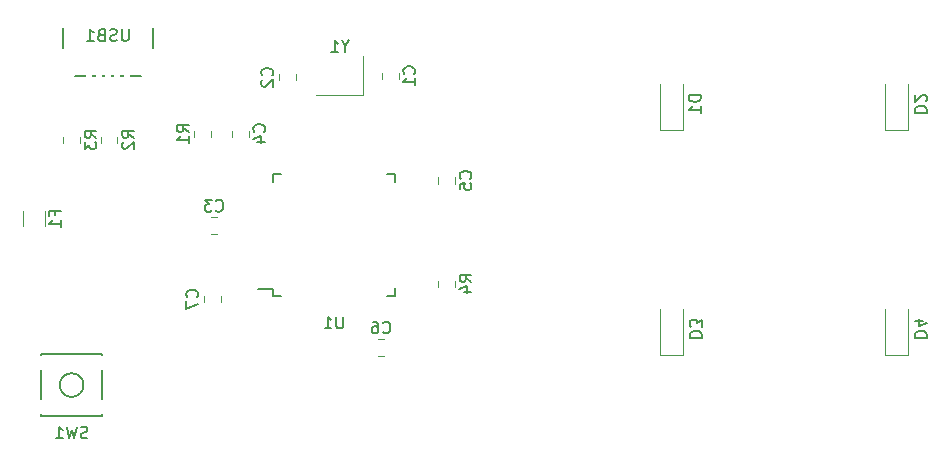
<source format=gbo>
G04 #@! TF.GenerationSoftware,KiCad,Pcbnew,(5.1.4)-1*
G04 #@! TF.CreationDate,2020-12-10T18:26:19-06:00*
G04 #@! TF.ProjectId,pcb-guide,7063622d-6775-4696-9465-2e6b69636164,rev?*
G04 #@! TF.SameCoordinates,Original*
G04 #@! TF.FileFunction,Legend,Bot*
G04 #@! TF.FilePolarity,Positive*
%FSLAX46Y46*%
G04 Gerber Fmt 4.6, Leading zero omitted, Abs format (unit mm)*
G04 Created by KiCad (PCBNEW (5.1.4)-1) date 2020-12-10 18:26:19*
%MOMM*%
%LPD*%
G04 APERTURE LIST*
%ADD10C,0.150000*%
%ADD11C,0.120000*%
%ADD12O,1.802000X2.802000*%
%ADD13R,0.602000X2.352000*%
%ADD14C,1.852000*%
%ADD15R,2.007000X2.007000*%
%ADD16C,2.007000*%
%ADD17C,2.352000*%
%ADD18C,4.089800*%
%ADD19R,1.502000X1.302000*%
%ADD20R,0.652000X1.602000*%
%ADD21R,1.602000X0.652000*%
%ADD22R,1.902000X1.202000*%
%ADD23C,0.100000*%
%ADD24C,1.077000*%
%ADD25C,1.352000*%
%ADD26R,1.302000X1.002000*%
G04 APERTURE END LIST*
D10*
X170681000Y-27178000D02*
X170681000Y-32628000D01*
X178381000Y-27178000D02*
X178381000Y-32628000D01*
X170681000Y-32628000D02*
X178381000Y-32628000D01*
D11*
X196162500Y-34257250D02*
X192162500Y-34257250D01*
X196162500Y-30957250D02*
X196162500Y-34257250D01*
D10*
X188500000Y-50701000D02*
X187225000Y-50701000D01*
X198850000Y-51276000D02*
X198175000Y-51276000D01*
X198850000Y-40926000D02*
X198175000Y-40926000D01*
X188500000Y-40926000D02*
X189175000Y-40926000D01*
X188500000Y-51276000D02*
X189175000Y-51276000D01*
X188500000Y-40926000D02*
X188500000Y-41601000D01*
X198850000Y-40926000D02*
X198850000Y-41601000D01*
X198850000Y-51276000D02*
X198850000Y-50601000D01*
X188500000Y-51276000D02*
X188500000Y-50701000D01*
X174050000Y-56201000D02*
X168850000Y-56201000D01*
X168850000Y-56201000D02*
X168850000Y-61401000D01*
X168850000Y-61401000D02*
X174050000Y-61401000D01*
X174050000Y-61401000D02*
X174050000Y-56201000D01*
X172450000Y-58801000D02*
G75*
G03X172450000Y-58801000I-1000000J0D01*
G01*
D11*
X202490000Y-50472078D02*
X202490000Y-49954922D01*
X203910000Y-50472078D02*
X203910000Y-49954922D01*
X170740000Y-38278328D02*
X170740000Y-37761172D01*
X172160000Y-38278328D02*
X172160000Y-37761172D01*
X173915000Y-38278328D02*
X173915000Y-37761172D01*
X175335000Y-38278328D02*
X175335000Y-37761172D01*
X183272500Y-37254922D02*
X183272500Y-37772078D01*
X181852500Y-37254922D02*
X181852500Y-37772078D01*
X167365000Y-45303064D02*
X167365000Y-44098936D01*
X169185000Y-45303064D02*
X169185000Y-44098936D01*
X242300000Y-56288500D02*
X242300000Y-52388500D01*
X240300000Y-56288500D02*
X240300000Y-52388500D01*
X242300000Y-56288500D02*
X240300000Y-56288500D01*
X223250000Y-56288500D02*
X223250000Y-52388500D01*
X221250000Y-56288500D02*
X221250000Y-52388500D01*
X223250000Y-56288500D02*
X221250000Y-56288500D01*
X242300000Y-37238500D02*
X242300000Y-33338500D01*
X240300000Y-37238500D02*
X240300000Y-33338500D01*
X242300000Y-37238500D02*
X240300000Y-37238500D01*
X223250000Y-37238500D02*
X223250000Y-33338500D01*
X221250000Y-37238500D02*
X221250000Y-33338500D01*
X223250000Y-37238500D02*
X221250000Y-37238500D01*
X184066250Y-51254922D02*
X184066250Y-51772078D01*
X182646250Y-51254922D02*
X182646250Y-51772078D01*
X197902328Y-56336000D02*
X197385172Y-56336000D01*
X197902328Y-54916000D02*
X197385172Y-54916000D01*
X202490000Y-41740828D02*
X202490000Y-41223672D01*
X203910000Y-41740828D02*
X203910000Y-41223672D01*
X185027500Y-37772078D02*
X185027500Y-37254922D01*
X186447500Y-37772078D02*
X186447500Y-37254922D01*
X183758578Y-46017250D02*
X183241422Y-46017250D01*
X183758578Y-44597250D02*
X183241422Y-44597250D01*
X190416250Y-32492422D02*
X190416250Y-33009578D01*
X188996250Y-32492422D02*
X188996250Y-33009578D01*
X197727500Y-32865828D02*
X197727500Y-32348672D01*
X199147500Y-32865828D02*
X199147500Y-32348672D01*
D10*
X176269095Y-28662380D02*
X176269095Y-29471904D01*
X176221476Y-29567142D01*
X176173857Y-29614761D01*
X176078619Y-29662380D01*
X175888142Y-29662380D01*
X175792904Y-29614761D01*
X175745285Y-29567142D01*
X175697666Y-29471904D01*
X175697666Y-28662380D01*
X175269095Y-29614761D02*
X175126238Y-29662380D01*
X174888142Y-29662380D01*
X174792904Y-29614761D01*
X174745285Y-29567142D01*
X174697666Y-29471904D01*
X174697666Y-29376666D01*
X174745285Y-29281428D01*
X174792904Y-29233809D01*
X174888142Y-29186190D01*
X175078619Y-29138571D01*
X175173857Y-29090952D01*
X175221476Y-29043333D01*
X175269095Y-28948095D01*
X175269095Y-28852857D01*
X175221476Y-28757619D01*
X175173857Y-28710000D01*
X175078619Y-28662380D01*
X174840523Y-28662380D01*
X174697666Y-28710000D01*
X173935761Y-29138571D02*
X173792904Y-29186190D01*
X173745285Y-29233809D01*
X173697666Y-29329047D01*
X173697666Y-29471904D01*
X173745285Y-29567142D01*
X173792904Y-29614761D01*
X173888142Y-29662380D01*
X174269095Y-29662380D01*
X174269095Y-28662380D01*
X173935761Y-28662380D01*
X173840523Y-28710000D01*
X173792904Y-28757619D01*
X173745285Y-28852857D01*
X173745285Y-28948095D01*
X173792904Y-29043333D01*
X173840523Y-29090952D01*
X173935761Y-29138571D01*
X174269095Y-29138571D01*
X172745285Y-29662380D02*
X173316714Y-29662380D01*
X173031000Y-29662380D02*
X173031000Y-28662380D01*
X173126238Y-28805238D01*
X173221476Y-28900476D01*
X173316714Y-28948095D01*
X194638690Y-30133440D02*
X194638690Y-30609630D01*
X194972023Y-29609630D02*
X194638690Y-30133440D01*
X194305357Y-29609630D01*
X193448214Y-30609630D02*
X194019642Y-30609630D01*
X193733928Y-30609630D02*
X193733928Y-29609630D01*
X193829166Y-29752488D01*
X193924404Y-29847726D01*
X194019642Y-29895345D01*
X194436904Y-53003380D02*
X194436904Y-53812904D01*
X194389285Y-53908142D01*
X194341666Y-53955761D01*
X194246428Y-54003380D01*
X194055952Y-54003380D01*
X193960714Y-53955761D01*
X193913095Y-53908142D01*
X193865476Y-53812904D01*
X193865476Y-53003380D01*
X192865476Y-54003380D02*
X193436904Y-54003380D01*
X193151190Y-54003380D02*
X193151190Y-53003380D01*
X193246428Y-53146238D01*
X193341666Y-53241476D01*
X193436904Y-53289095D01*
X172783333Y-63269761D02*
X172640476Y-63317380D01*
X172402380Y-63317380D01*
X172307142Y-63269761D01*
X172259523Y-63222142D01*
X172211904Y-63126904D01*
X172211904Y-63031666D01*
X172259523Y-62936428D01*
X172307142Y-62888809D01*
X172402380Y-62841190D01*
X172592857Y-62793571D01*
X172688095Y-62745952D01*
X172735714Y-62698333D01*
X172783333Y-62603095D01*
X172783333Y-62507857D01*
X172735714Y-62412619D01*
X172688095Y-62365000D01*
X172592857Y-62317380D01*
X172354761Y-62317380D01*
X172211904Y-62365000D01*
X171878571Y-62317380D02*
X171640476Y-63317380D01*
X171450000Y-62603095D01*
X171259523Y-63317380D01*
X171021428Y-62317380D01*
X170116666Y-63317380D02*
X170688095Y-63317380D01*
X170402380Y-63317380D02*
X170402380Y-62317380D01*
X170497619Y-62460238D01*
X170592857Y-62555476D01*
X170688095Y-62603095D01*
X205302380Y-50046833D02*
X204826190Y-49713500D01*
X205302380Y-49475404D02*
X204302380Y-49475404D01*
X204302380Y-49856357D01*
X204350000Y-49951595D01*
X204397619Y-49999214D01*
X204492857Y-50046833D01*
X204635714Y-50046833D01*
X204730952Y-49999214D01*
X204778571Y-49951595D01*
X204826190Y-49856357D01*
X204826190Y-49475404D01*
X204635714Y-50903976D02*
X205302380Y-50903976D01*
X204254761Y-50665880D02*
X204969047Y-50427785D01*
X204969047Y-51046833D01*
X173552380Y-37853083D02*
X173076190Y-37519750D01*
X173552380Y-37281654D02*
X172552380Y-37281654D01*
X172552380Y-37662607D01*
X172600000Y-37757845D01*
X172647619Y-37805464D01*
X172742857Y-37853083D01*
X172885714Y-37853083D01*
X172980952Y-37805464D01*
X173028571Y-37757845D01*
X173076190Y-37662607D01*
X173076190Y-37281654D01*
X172552380Y-38186416D02*
X172552380Y-38805464D01*
X172933333Y-38472130D01*
X172933333Y-38614988D01*
X172980952Y-38710226D01*
X173028571Y-38757845D01*
X173123809Y-38805464D01*
X173361904Y-38805464D01*
X173457142Y-38757845D01*
X173504761Y-38710226D01*
X173552380Y-38614988D01*
X173552380Y-38329273D01*
X173504761Y-38234035D01*
X173457142Y-38186416D01*
X176727380Y-37853083D02*
X176251190Y-37519750D01*
X176727380Y-37281654D02*
X175727380Y-37281654D01*
X175727380Y-37662607D01*
X175775000Y-37757845D01*
X175822619Y-37805464D01*
X175917857Y-37853083D01*
X176060714Y-37853083D01*
X176155952Y-37805464D01*
X176203571Y-37757845D01*
X176251190Y-37662607D01*
X176251190Y-37281654D01*
X175822619Y-38234035D02*
X175775000Y-38281654D01*
X175727380Y-38376892D01*
X175727380Y-38614988D01*
X175775000Y-38710226D01*
X175822619Y-38757845D01*
X175917857Y-38805464D01*
X176013095Y-38805464D01*
X176155952Y-38757845D01*
X176727380Y-38186416D01*
X176727380Y-38805464D01*
X181364880Y-37346833D02*
X180888690Y-37013500D01*
X181364880Y-36775404D02*
X180364880Y-36775404D01*
X180364880Y-37156357D01*
X180412500Y-37251595D01*
X180460119Y-37299214D01*
X180555357Y-37346833D01*
X180698214Y-37346833D01*
X180793452Y-37299214D01*
X180841071Y-37251595D01*
X180888690Y-37156357D01*
X180888690Y-36775404D01*
X181364880Y-38299214D02*
X181364880Y-37727785D01*
X181364880Y-38013500D02*
X180364880Y-38013500D01*
X180507738Y-37918261D01*
X180602976Y-37823023D01*
X180650595Y-37727785D01*
X170023571Y-44367666D02*
X170023571Y-44034333D01*
X170547380Y-44034333D02*
X169547380Y-44034333D01*
X169547380Y-44510523D01*
X170547380Y-45415285D02*
X170547380Y-44843857D01*
X170547380Y-45129571D02*
X169547380Y-45129571D01*
X169690238Y-45034333D01*
X169785476Y-44939095D01*
X169833095Y-44843857D01*
X242847619Y-54776595D02*
X243847619Y-54776595D01*
X243847619Y-54538500D01*
X243800000Y-54395642D01*
X243704761Y-54300404D01*
X243609523Y-54252785D01*
X243419047Y-54205166D01*
X243276190Y-54205166D01*
X243085714Y-54252785D01*
X242990476Y-54300404D01*
X242895238Y-54395642D01*
X242847619Y-54538500D01*
X242847619Y-54776595D01*
X243514285Y-53348023D02*
X242847619Y-53348023D01*
X243895238Y-53586119D02*
X243180952Y-53824214D01*
X243180952Y-53205166D01*
X223797619Y-54776595D02*
X224797619Y-54776595D01*
X224797619Y-54538500D01*
X224750000Y-54395642D01*
X224654761Y-54300404D01*
X224559523Y-54252785D01*
X224369047Y-54205166D01*
X224226190Y-54205166D01*
X224035714Y-54252785D01*
X223940476Y-54300404D01*
X223845238Y-54395642D01*
X223797619Y-54538500D01*
X223797619Y-54776595D01*
X224797619Y-53871833D02*
X224797619Y-53252785D01*
X224416666Y-53586119D01*
X224416666Y-53443261D01*
X224369047Y-53348023D01*
X224321428Y-53300404D01*
X224226190Y-53252785D01*
X223988095Y-53252785D01*
X223892857Y-53300404D01*
X223845238Y-53348023D01*
X223797619Y-53443261D01*
X223797619Y-53728976D01*
X223845238Y-53824214D01*
X223892857Y-53871833D01*
X242847619Y-35726595D02*
X243847619Y-35726595D01*
X243847619Y-35488500D01*
X243800000Y-35345642D01*
X243704761Y-35250404D01*
X243609523Y-35202785D01*
X243419047Y-35155166D01*
X243276190Y-35155166D01*
X243085714Y-35202785D01*
X242990476Y-35250404D01*
X242895238Y-35345642D01*
X242847619Y-35488500D01*
X242847619Y-35726595D01*
X243752380Y-34774214D02*
X243800000Y-34726595D01*
X243847619Y-34631357D01*
X243847619Y-34393261D01*
X243800000Y-34298023D01*
X243752380Y-34250404D01*
X243657142Y-34202785D01*
X243561904Y-34202785D01*
X243419047Y-34250404D01*
X242847619Y-34821833D01*
X242847619Y-34202785D01*
X224702380Y-34250404D02*
X223702380Y-34250404D01*
X223702380Y-34488500D01*
X223750000Y-34631357D01*
X223845238Y-34726595D01*
X223940476Y-34774214D01*
X224130952Y-34821833D01*
X224273809Y-34821833D01*
X224464285Y-34774214D01*
X224559523Y-34726595D01*
X224654761Y-34631357D01*
X224702380Y-34488500D01*
X224702380Y-34250404D01*
X224702380Y-35774214D02*
X224702380Y-35202785D01*
X224702380Y-35488500D02*
X223702380Y-35488500D01*
X223845238Y-35393261D01*
X223940476Y-35298023D01*
X223988095Y-35202785D01*
X182063392Y-51346833D02*
X182111011Y-51299214D01*
X182158630Y-51156357D01*
X182158630Y-51061119D01*
X182111011Y-50918261D01*
X182015773Y-50823023D01*
X181920535Y-50775404D01*
X181730059Y-50727785D01*
X181587202Y-50727785D01*
X181396726Y-50775404D01*
X181301488Y-50823023D01*
X181206250Y-50918261D01*
X181158630Y-51061119D01*
X181158630Y-51156357D01*
X181206250Y-51299214D01*
X181253869Y-51346833D01*
X181158630Y-51680166D02*
X181158630Y-52346833D01*
X182158630Y-51918261D01*
X197810416Y-54333142D02*
X197858035Y-54380761D01*
X198000892Y-54428380D01*
X198096130Y-54428380D01*
X198238988Y-54380761D01*
X198334226Y-54285523D01*
X198381845Y-54190285D01*
X198429464Y-53999809D01*
X198429464Y-53856952D01*
X198381845Y-53666476D01*
X198334226Y-53571238D01*
X198238988Y-53476000D01*
X198096130Y-53428380D01*
X198000892Y-53428380D01*
X197858035Y-53476000D01*
X197810416Y-53523619D01*
X196953273Y-53428380D02*
X197143750Y-53428380D01*
X197238988Y-53476000D01*
X197286607Y-53523619D01*
X197381845Y-53666476D01*
X197429464Y-53856952D01*
X197429464Y-54237904D01*
X197381845Y-54333142D01*
X197334226Y-54380761D01*
X197238988Y-54428380D01*
X197048511Y-54428380D01*
X196953273Y-54380761D01*
X196905654Y-54333142D01*
X196858035Y-54237904D01*
X196858035Y-53999809D01*
X196905654Y-53904571D01*
X196953273Y-53856952D01*
X197048511Y-53809333D01*
X197238988Y-53809333D01*
X197334226Y-53856952D01*
X197381845Y-53904571D01*
X197429464Y-53999809D01*
X205207142Y-41315583D02*
X205254761Y-41267964D01*
X205302380Y-41125107D01*
X205302380Y-41029869D01*
X205254761Y-40887011D01*
X205159523Y-40791773D01*
X205064285Y-40744154D01*
X204873809Y-40696535D01*
X204730952Y-40696535D01*
X204540476Y-40744154D01*
X204445238Y-40791773D01*
X204350000Y-40887011D01*
X204302380Y-41029869D01*
X204302380Y-41125107D01*
X204350000Y-41267964D01*
X204397619Y-41315583D01*
X204302380Y-42220345D02*
X204302380Y-41744154D01*
X204778571Y-41696535D01*
X204730952Y-41744154D01*
X204683333Y-41839392D01*
X204683333Y-42077488D01*
X204730952Y-42172726D01*
X204778571Y-42220345D01*
X204873809Y-42267964D01*
X205111904Y-42267964D01*
X205207142Y-42220345D01*
X205254761Y-42172726D01*
X205302380Y-42077488D01*
X205302380Y-41839392D01*
X205254761Y-41744154D01*
X205207142Y-41696535D01*
X187744642Y-37346833D02*
X187792261Y-37299214D01*
X187839880Y-37156357D01*
X187839880Y-37061119D01*
X187792261Y-36918261D01*
X187697023Y-36823023D01*
X187601785Y-36775404D01*
X187411309Y-36727785D01*
X187268452Y-36727785D01*
X187077976Y-36775404D01*
X186982738Y-36823023D01*
X186887500Y-36918261D01*
X186839880Y-37061119D01*
X186839880Y-37156357D01*
X186887500Y-37299214D01*
X186935119Y-37346833D01*
X187173214Y-38203976D02*
X187839880Y-38203976D01*
X186792261Y-37965880D02*
X187506547Y-37727785D01*
X187506547Y-38346833D01*
X183666666Y-44014392D02*
X183714285Y-44062011D01*
X183857142Y-44109630D01*
X183952380Y-44109630D01*
X184095238Y-44062011D01*
X184190476Y-43966773D01*
X184238095Y-43871535D01*
X184285714Y-43681059D01*
X184285714Y-43538202D01*
X184238095Y-43347726D01*
X184190476Y-43252488D01*
X184095238Y-43157250D01*
X183952380Y-43109630D01*
X183857142Y-43109630D01*
X183714285Y-43157250D01*
X183666666Y-43204869D01*
X183333333Y-43109630D02*
X182714285Y-43109630D01*
X183047619Y-43490583D01*
X182904761Y-43490583D01*
X182809523Y-43538202D01*
X182761904Y-43585821D01*
X182714285Y-43681059D01*
X182714285Y-43919154D01*
X182761904Y-44014392D01*
X182809523Y-44062011D01*
X182904761Y-44109630D01*
X183190476Y-44109630D01*
X183285714Y-44062011D01*
X183333333Y-44014392D01*
X188413392Y-32584333D02*
X188461011Y-32536714D01*
X188508630Y-32393857D01*
X188508630Y-32298619D01*
X188461011Y-32155761D01*
X188365773Y-32060523D01*
X188270535Y-32012904D01*
X188080059Y-31965285D01*
X187937202Y-31965285D01*
X187746726Y-32012904D01*
X187651488Y-32060523D01*
X187556250Y-32155761D01*
X187508630Y-32298619D01*
X187508630Y-32393857D01*
X187556250Y-32536714D01*
X187603869Y-32584333D01*
X187603869Y-32965285D02*
X187556250Y-33012904D01*
X187508630Y-33108142D01*
X187508630Y-33346238D01*
X187556250Y-33441476D01*
X187603869Y-33489095D01*
X187699107Y-33536714D01*
X187794345Y-33536714D01*
X187937202Y-33489095D01*
X188508630Y-32917666D01*
X188508630Y-33536714D01*
X200444642Y-32440583D02*
X200492261Y-32392964D01*
X200539880Y-32250107D01*
X200539880Y-32154869D01*
X200492261Y-32012011D01*
X200397023Y-31916773D01*
X200301785Y-31869154D01*
X200111309Y-31821535D01*
X199968452Y-31821535D01*
X199777976Y-31869154D01*
X199682738Y-31916773D01*
X199587500Y-32012011D01*
X199539880Y-32154869D01*
X199539880Y-32250107D01*
X199587500Y-32392964D01*
X199635119Y-32440583D01*
X200539880Y-33392964D02*
X200539880Y-32821535D01*
X200539880Y-33107250D02*
X199539880Y-33107250D01*
X199682738Y-33012011D01*
X199777976Y-32916773D01*
X199825595Y-32821535D01*
%LPC*%
D12*
X170881000Y-27178000D03*
X178181000Y-27178000D03*
X178181000Y-31678000D03*
X170881000Y-31678000D03*
D13*
X172931000Y-31678000D03*
X173731000Y-31678000D03*
X174531000Y-31678000D03*
X175331000Y-31678000D03*
X176131000Y-31678000D03*
D14*
X238442500Y-54038500D03*
X228282500Y-54038500D03*
D15*
X234632500Y-59118500D03*
D16*
X232092500Y-59118500D03*
D17*
X229552500Y-51498500D03*
D18*
X233362500Y-54038500D03*
D17*
X235902500Y-48958500D03*
D14*
X219392500Y-54038500D03*
X209232500Y-54038500D03*
D15*
X215582500Y-59118500D03*
D16*
X213042500Y-59118500D03*
D17*
X210502500Y-51498500D03*
D18*
X214312500Y-54038500D03*
D17*
X216852500Y-48958500D03*
D14*
X238442500Y-34988500D03*
X228282500Y-34988500D03*
D15*
X234632500Y-40068500D03*
D16*
X232092500Y-40068500D03*
D17*
X229552500Y-32448500D03*
D18*
X233362500Y-34988500D03*
D17*
X235902500Y-29908500D03*
D14*
X219392500Y-34988500D03*
X209232500Y-34988500D03*
D15*
X215582500Y-40068500D03*
D16*
X213042500Y-40068500D03*
D17*
X210502500Y-32448500D03*
D18*
X214312500Y-34988500D03*
D17*
X216852500Y-29908500D03*
D19*
X195262500Y-31757250D03*
X193062500Y-31757250D03*
X193062500Y-33457250D03*
X195262500Y-33457250D03*
D20*
X189675000Y-51801000D03*
X190475000Y-51801000D03*
X191275000Y-51801000D03*
X192075000Y-51801000D03*
X192875000Y-51801000D03*
X193675000Y-51801000D03*
X194475000Y-51801000D03*
X195275000Y-51801000D03*
X196075000Y-51801000D03*
X196875000Y-51801000D03*
X197675000Y-51801000D03*
D21*
X199375000Y-50101000D03*
X199375000Y-49301000D03*
X199375000Y-48501000D03*
X199375000Y-47701000D03*
X199375000Y-46901000D03*
X199375000Y-46101000D03*
X199375000Y-45301000D03*
X199375000Y-44501000D03*
X199375000Y-43701000D03*
X199375000Y-42901000D03*
X199375000Y-42101000D03*
D20*
X197675000Y-40401000D03*
X196875000Y-40401000D03*
X196075000Y-40401000D03*
X195275000Y-40401000D03*
X194475000Y-40401000D03*
X193675000Y-40401000D03*
X192875000Y-40401000D03*
X192075000Y-40401000D03*
X191275000Y-40401000D03*
X190475000Y-40401000D03*
X189675000Y-40401000D03*
D21*
X187975000Y-42101000D03*
X187975000Y-42901000D03*
X187975000Y-43701000D03*
X187975000Y-44501000D03*
X187975000Y-45301000D03*
X187975000Y-46101000D03*
X187975000Y-46901000D03*
X187975000Y-47701000D03*
X187975000Y-48501000D03*
X187975000Y-49301000D03*
X187975000Y-50101000D03*
D22*
X174550000Y-60651000D03*
X168350000Y-56951000D03*
X174550000Y-56951000D03*
X168350000Y-60651000D03*
D23*
G36*
X203708141Y-48738797D02*
G01*
X203734278Y-48742674D01*
X203759909Y-48749094D01*
X203784788Y-48757995D01*
X203808674Y-48769293D01*
X203831337Y-48782877D01*
X203852560Y-48798617D01*
X203872139Y-48816361D01*
X203889883Y-48835940D01*
X203905623Y-48857163D01*
X203919207Y-48879826D01*
X203930505Y-48903712D01*
X203939406Y-48928591D01*
X203945826Y-48954222D01*
X203949703Y-48980359D01*
X203951000Y-49006750D01*
X203951000Y-49545250D01*
X203949703Y-49571641D01*
X203945826Y-49597778D01*
X203939406Y-49623409D01*
X203930505Y-49648288D01*
X203919207Y-49672174D01*
X203905623Y-49694837D01*
X203889883Y-49716060D01*
X203872139Y-49735639D01*
X203852560Y-49753383D01*
X203831337Y-49769123D01*
X203808674Y-49782707D01*
X203784788Y-49794005D01*
X203759909Y-49802906D01*
X203734278Y-49809326D01*
X203708141Y-49813203D01*
X203681750Y-49814500D01*
X202718250Y-49814500D01*
X202691859Y-49813203D01*
X202665722Y-49809326D01*
X202640091Y-49802906D01*
X202615212Y-49794005D01*
X202591326Y-49782707D01*
X202568663Y-49769123D01*
X202547440Y-49753383D01*
X202527861Y-49735639D01*
X202510117Y-49716060D01*
X202494377Y-49694837D01*
X202480793Y-49672174D01*
X202469495Y-49648288D01*
X202460594Y-49623409D01*
X202454174Y-49597778D01*
X202450297Y-49571641D01*
X202449000Y-49545250D01*
X202449000Y-49006750D01*
X202450297Y-48980359D01*
X202454174Y-48954222D01*
X202460594Y-48928591D01*
X202469495Y-48903712D01*
X202480793Y-48879826D01*
X202494377Y-48857163D01*
X202510117Y-48835940D01*
X202527861Y-48816361D01*
X202547440Y-48798617D01*
X202568663Y-48782877D01*
X202591326Y-48769293D01*
X202615212Y-48757995D01*
X202640091Y-48749094D01*
X202665722Y-48742674D01*
X202691859Y-48738797D01*
X202718250Y-48737500D01*
X203681750Y-48737500D01*
X203708141Y-48738797D01*
X203708141Y-48738797D01*
G37*
D24*
X203200000Y-49276000D03*
D23*
G36*
X203708141Y-50613797D02*
G01*
X203734278Y-50617674D01*
X203759909Y-50624094D01*
X203784788Y-50632995D01*
X203808674Y-50644293D01*
X203831337Y-50657877D01*
X203852560Y-50673617D01*
X203872139Y-50691361D01*
X203889883Y-50710940D01*
X203905623Y-50732163D01*
X203919207Y-50754826D01*
X203930505Y-50778712D01*
X203939406Y-50803591D01*
X203945826Y-50829222D01*
X203949703Y-50855359D01*
X203951000Y-50881750D01*
X203951000Y-51420250D01*
X203949703Y-51446641D01*
X203945826Y-51472778D01*
X203939406Y-51498409D01*
X203930505Y-51523288D01*
X203919207Y-51547174D01*
X203905623Y-51569837D01*
X203889883Y-51591060D01*
X203872139Y-51610639D01*
X203852560Y-51628383D01*
X203831337Y-51644123D01*
X203808674Y-51657707D01*
X203784788Y-51669005D01*
X203759909Y-51677906D01*
X203734278Y-51684326D01*
X203708141Y-51688203D01*
X203681750Y-51689500D01*
X202718250Y-51689500D01*
X202691859Y-51688203D01*
X202665722Y-51684326D01*
X202640091Y-51677906D01*
X202615212Y-51669005D01*
X202591326Y-51657707D01*
X202568663Y-51644123D01*
X202547440Y-51628383D01*
X202527861Y-51610639D01*
X202510117Y-51591060D01*
X202494377Y-51569837D01*
X202480793Y-51547174D01*
X202469495Y-51523288D01*
X202460594Y-51498409D01*
X202454174Y-51472778D01*
X202450297Y-51446641D01*
X202449000Y-51420250D01*
X202449000Y-50881750D01*
X202450297Y-50855359D01*
X202454174Y-50829222D01*
X202460594Y-50803591D01*
X202469495Y-50778712D01*
X202480793Y-50754826D01*
X202494377Y-50732163D01*
X202510117Y-50710940D01*
X202527861Y-50691361D01*
X202547440Y-50673617D01*
X202568663Y-50657877D01*
X202591326Y-50644293D01*
X202615212Y-50632995D01*
X202640091Y-50624094D01*
X202665722Y-50617674D01*
X202691859Y-50613797D01*
X202718250Y-50612500D01*
X203681750Y-50612500D01*
X203708141Y-50613797D01*
X203708141Y-50613797D01*
G37*
D24*
X203200000Y-51151000D03*
D23*
G36*
X171958141Y-36545047D02*
G01*
X171984278Y-36548924D01*
X172009909Y-36555344D01*
X172034788Y-36564245D01*
X172058674Y-36575543D01*
X172081337Y-36589127D01*
X172102560Y-36604867D01*
X172122139Y-36622611D01*
X172139883Y-36642190D01*
X172155623Y-36663413D01*
X172169207Y-36686076D01*
X172180505Y-36709962D01*
X172189406Y-36734841D01*
X172195826Y-36760472D01*
X172199703Y-36786609D01*
X172201000Y-36813000D01*
X172201000Y-37351500D01*
X172199703Y-37377891D01*
X172195826Y-37404028D01*
X172189406Y-37429659D01*
X172180505Y-37454538D01*
X172169207Y-37478424D01*
X172155623Y-37501087D01*
X172139883Y-37522310D01*
X172122139Y-37541889D01*
X172102560Y-37559633D01*
X172081337Y-37575373D01*
X172058674Y-37588957D01*
X172034788Y-37600255D01*
X172009909Y-37609156D01*
X171984278Y-37615576D01*
X171958141Y-37619453D01*
X171931750Y-37620750D01*
X170968250Y-37620750D01*
X170941859Y-37619453D01*
X170915722Y-37615576D01*
X170890091Y-37609156D01*
X170865212Y-37600255D01*
X170841326Y-37588957D01*
X170818663Y-37575373D01*
X170797440Y-37559633D01*
X170777861Y-37541889D01*
X170760117Y-37522310D01*
X170744377Y-37501087D01*
X170730793Y-37478424D01*
X170719495Y-37454538D01*
X170710594Y-37429659D01*
X170704174Y-37404028D01*
X170700297Y-37377891D01*
X170699000Y-37351500D01*
X170699000Y-36813000D01*
X170700297Y-36786609D01*
X170704174Y-36760472D01*
X170710594Y-36734841D01*
X170719495Y-36709962D01*
X170730793Y-36686076D01*
X170744377Y-36663413D01*
X170760117Y-36642190D01*
X170777861Y-36622611D01*
X170797440Y-36604867D01*
X170818663Y-36589127D01*
X170841326Y-36575543D01*
X170865212Y-36564245D01*
X170890091Y-36555344D01*
X170915722Y-36548924D01*
X170941859Y-36545047D01*
X170968250Y-36543750D01*
X171931750Y-36543750D01*
X171958141Y-36545047D01*
X171958141Y-36545047D01*
G37*
D24*
X171450000Y-37082250D03*
D23*
G36*
X171958141Y-38420047D02*
G01*
X171984278Y-38423924D01*
X172009909Y-38430344D01*
X172034788Y-38439245D01*
X172058674Y-38450543D01*
X172081337Y-38464127D01*
X172102560Y-38479867D01*
X172122139Y-38497611D01*
X172139883Y-38517190D01*
X172155623Y-38538413D01*
X172169207Y-38561076D01*
X172180505Y-38584962D01*
X172189406Y-38609841D01*
X172195826Y-38635472D01*
X172199703Y-38661609D01*
X172201000Y-38688000D01*
X172201000Y-39226500D01*
X172199703Y-39252891D01*
X172195826Y-39279028D01*
X172189406Y-39304659D01*
X172180505Y-39329538D01*
X172169207Y-39353424D01*
X172155623Y-39376087D01*
X172139883Y-39397310D01*
X172122139Y-39416889D01*
X172102560Y-39434633D01*
X172081337Y-39450373D01*
X172058674Y-39463957D01*
X172034788Y-39475255D01*
X172009909Y-39484156D01*
X171984278Y-39490576D01*
X171958141Y-39494453D01*
X171931750Y-39495750D01*
X170968250Y-39495750D01*
X170941859Y-39494453D01*
X170915722Y-39490576D01*
X170890091Y-39484156D01*
X170865212Y-39475255D01*
X170841326Y-39463957D01*
X170818663Y-39450373D01*
X170797440Y-39434633D01*
X170777861Y-39416889D01*
X170760117Y-39397310D01*
X170744377Y-39376087D01*
X170730793Y-39353424D01*
X170719495Y-39329538D01*
X170710594Y-39304659D01*
X170704174Y-39279028D01*
X170700297Y-39252891D01*
X170699000Y-39226500D01*
X170699000Y-38688000D01*
X170700297Y-38661609D01*
X170704174Y-38635472D01*
X170710594Y-38609841D01*
X170719495Y-38584962D01*
X170730793Y-38561076D01*
X170744377Y-38538413D01*
X170760117Y-38517190D01*
X170777861Y-38497611D01*
X170797440Y-38479867D01*
X170818663Y-38464127D01*
X170841326Y-38450543D01*
X170865212Y-38439245D01*
X170890091Y-38430344D01*
X170915722Y-38423924D01*
X170941859Y-38420047D01*
X170968250Y-38418750D01*
X171931750Y-38418750D01*
X171958141Y-38420047D01*
X171958141Y-38420047D01*
G37*
D24*
X171450000Y-38957250D03*
D23*
G36*
X175133141Y-36545047D02*
G01*
X175159278Y-36548924D01*
X175184909Y-36555344D01*
X175209788Y-36564245D01*
X175233674Y-36575543D01*
X175256337Y-36589127D01*
X175277560Y-36604867D01*
X175297139Y-36622611D01*
X175314883Y-36642190D01*
X175330623Y-36663413D01*
X175344207Y-36686076D01*
X175355505Y-36709962D01*
X175364406Y-36734841D01*
X175370826Y-36760472D01*
X175374703Y-36786609D01*
X175376000Y-36813000D01*
X175376000Y-37351500D01*
X175374703Y-37377891D01*
X175370826Y-37404028D01*
X175364406Y-37429659D01*
X175355505Y-37454538D01*
X175344207Y-37478424D01*
X175330623Y-37501087D01*
X175314883Y-37522310D01*
X175297139Y-37541889D01*
X175277560Y-37559633D01*
X175256337Y-37575373D01*
X175233674Y-37588957D01*
X175209788Y-37600255D01*
X175184909Y-37609156D01*
X175159278Y-37615576D01*
X175133141Y-37619453D01*
X175106750Y-37620750D01*
X174143250Y-37620750D01*
X174116859Y-37619453D01*
X174090722Y-37615576D01*
X174065091Y-37609156D01*
X174040212Y-37600255D01*
X174016326Y-37588957D01*
X173993663Y-37575373D01*
X173972440Y-37559633D01*
X173952861Y-37541889D01*
X173935117Y-37522310D01*
X173919377Y-37501087D01*
X173905793Y-37478424D01*
X173894495Y-37454538D01*
X173885594Y-37429659D01*
X173879174Y-37404028D01*
X173875297Y-37377891D01*
X173874000Y-37351500D01*
X173874000Y-36813000D01*
X173875297Y-36786609D01*
X173879174Y-36760472D01*
X173885594Y-36734841D01*
X173894495Y-36709962D01*
X173905793Y-36686076D01*
X173919377Y-36663413D01*
X173935117Y-36642190D01*
X173952861Y-36622611D01*
X173972440Y-36604867D01*
X173993663Y-36589127D01*
X174016326Y-36575543D01*
X174040212Y-36564245D01*
X174065091Y-36555344D01*
X174090722Y-36548924D01*
X174116859Y-36545047D01*
X174143250Y-36543750D01*
X175106750Y-36543750D01*
X175133141Y-36545047D01*
X175133141Y-36545047D01*
G37*
D24*
X174625000Y-37082250D03*
D23*
G36*
X175133141Y-38420047D02*
G01*
X175159278Y-38423924D01*
X175184909Y-38430344D01*
X175209788Y-38439245D01*
X175233674Y-38450543D01*
X175256337Y-38464127D01*
X175277560Y-38479867D01*
X175297139Y-38497611D01*
X175314883Y-38517190D01*
X175330623Y-38538413D01*
X175344207Y-38561076D01*
X175355505Y-38584962D01*
X175364406Y-38609841D01*
X175370826Y-38635472D01*
X175374703Y-38661609D01*
X175376000Y-38688000D01*
X175376000Y-39226500D01*
X175374703Y-39252891D01*
X175370826Y-39279028D01*
X175364406Y-39304659D01*
X175355505Y-39329538D01*
X175344207Y-39353424D01*
X175330623Y-39376087D01*
X175314883Y-39397310D01*
X175297139Y-39416889D01*
X175277560Y-39434633D01*
X175256337Y-39450373D01*
X175233674Y-39463957D01*
X175209788Y-39475255D01*
X175184909Y-39484156D01*
X175159278Y-39490576D01*
X175133141Y-39494453D01*
X175106750Y-39495750D01*
X174143250Y-39495750D01*
X174116859Y-39494453D01*
X174090722Y-39490576D01*
X174065091Y-39484156D01*
X174040212Y-39475255D01*
X174016326Y-39463957D01*
X173993663Y-39450373D01*
X173972440Y-39434633D01*
X173952861Y-39416889D01*
X173935117Y-39397310D01*
X173919377Y-39376087D01*
X173905793Y-39353424D01*
X173894495Y-39329538D01*
X173885594Y-39304659D01*
X173879174Y-39279028D01*
X173875297Y-39252891D01*
X173874000Y-39226500D01*
X173874000Y-38688000D01*
X173875297Y-38661609D01*
X173879174Y-38635472D01*
X173885594Y-38609841D01*
X173894495Y-38584962D01*
X173905793Y-38561076D01*
X173919377Y-38538413D01*
X173935117Y-38517190D01*
X173952861Y-38497611D01*
X173972440Y-38479867D01*
X173993663Y-38464127D01*
X174016326Y-38450543D01*
X174040212Y-38439245D01*
X174065091Y-38430344D01*
X174090722Y-38423924D01*
X174116859Y-38420047D01*
X174143250Y-38418750D01*
X175106750Y-38418750D01*
X175133141Y-38420047D01*
X175133141Y-38420047D01*
G37*
D24*
X174625000Y-38957250D03*
D23*
G36*
X183070641Y-37913797D02*
G01*
X183096778Y-37917674D01*
X183122409Y-37924094D01*
X183147288Y-37932995D01*
X183171174Y-37944293D01*
X183193837Y-37957877D01*
X183215060Y-37973617D01*
X183234639Y-37991361D01*
X183252383Y-38010940D01*
X183268123Y-38032163D01*
X183281707Y-38054826D01*
X183293005Y-38078712D01*
X183301906Y-38103591D01*
X183308326Y-38129222D01*
X183312203Y-38155359D01*
X183313500Y-38181750D01*
X183313500Y-38720250D01*
X183312203Y-38746641D01*
X183308326Y-38772778D01*
X183301906Y-38798409D01*
X183293005Y-38823288D01*
X183281707Y-38847174D01*
X183268123Y-38869837D01*
X183252383Y-38891060D01*
X183234639Y-38910639D01*
X183215060Y-38928383D01*
X183193837Y-38944123D01*
X183171174Y-38957707D01*
X183147288Y-38969005D01*
X183122409Y-38977906D01*
X183096778Y-38984326D01*
X183070641Y-38988203D01*
X183044250Y-38989500D01*
X182080750Y-38989500D01*
X182054359Y-38988203D01*
X182028222Y-38984326D01*
X182002591Y-38977906D01*
X181977712Y-38969005D01*
X181953826Y-38957707D01*
X181931163Y-38944123D01*
X181909940Y-38928383D01*
X181890361Y-38910639D01*
X181872617Y-38891060D01*
X181856877Y-38869837D01*
X181843293Y-38847174D01*
X181831995Y-38823288D01*
X181823094Y-38798409D01*
X181816674Y-38772778D01*
X181812797Y-38746641D01*
X181811500Y-38720250D01*
X181811500Y-38181750D01*
X181812797Y-38155359D01*
X181816674Y-38129222D01*
X181823094Y-38103591D01*
X181831995Y-38078712D01*
X181843293Y-38054826D01*
X181856877Y-38032163D01*
X181872617Y-38010940D01*
X181890361Y-37991361D01*
X181909940Y-37973617D01*
X181931163Y-37957877D01*
X181953826Y-37944293D01*
X181977712Y-37932995D01*
X182002591Y-37924094D01*
X182028222Y-37917674D01*
X182054359Y-37913797D01*
X182080750Y-37912500D01*
X183044250Y-37912500D01*
X183070641Y-37913797D01*
X183070641Y-37913797D01*
G37*
D24*
X182562500Y-38451000D03*
D23*
G36*
X183070641Y-36038797D02*
G01*
X183096778Y-36042674D01*
X183122409Y-36049094D01*
X183147288Y-36057995D01*
X183171174Y-36069293D01*
X183193837Y-36082877D01*
X183215060Y-36098617D01*
X183234639Y-36116361D01*
X183252383Y-36135940D01*
X183268123Y-36157163D01*
X183281707Y-36179826D01*
X183293005Y-36203712D01*
X183301906Y-36228591D01*
X183308326Y-36254222D01*
X183312203Y-36280359D01*
X183313500Y-36306750D01*
X183313500Y-36845250D01*
X183312203Y-36871641D01*
X183308326Y-36897778D01*
X183301906Y-36923409D01*
X183293005Y-36948288D01*
X183281707Y-36972174D01*
X183268123Y-36994837D01*
X183252383Y-37016060D01*
X183234639Y-37035639D01*
X183215060Y-37053383D01*
X183193837Y-37069123D01*
X183171174Y-37082707D01*
X183147288Y-37094005D01*
X183122409Y-37102906D01*
X183096778Y-37109326D01*
X183070641Y-37113203D01*
X183044250Y-37114500D01*
X182080750Y-37114500D01*
X182054359Y-37113203D01*
X182028222Y-37109326D01*
X182002591Y-37102906D01*
X181977712Y-37094005D01*
X181953826Y-37082707D01*
X181931163Y-37069123D01*
X181909940Y-37053383D01*
X181890361Y-37035639D01*
X181872617Y-37016060D01*
X181856877Y-36994837D01*
X181843293Y-36972174D01*
X181831995Y-36948288D01*
X181823094Y-36923409D01*
X181816674Y-36897778D01*
X181812797Y-36871641D01*
X181811500Y-36845250D01*
X181811500Y-36306750D01*
X181812797Y-36280359D01*
X181816674Y-36254222D01*
X181823094Y-36228591D01*
X181831995Y-36203712D01*
X181843293Y-36179826D01*
X181856877Y-36157163D01*
X181872617Y-36135940D01*
X181890361Y-36116361D01*
X181909940Y-36098617D01*
X181931163Y-36082877D01*
X181953826Y-36069293D01*
X181977712Y-36057995D01*
X182002591Y-36049094D01*
X182028222Y-36042674D01*
X182054359Y-36038797D01*
X182080750Y-36037500D01*
X183044250Y-36037500D01*
X183070641Y-36038797D01*
X183070641Y-36038797D01*
G37*
D24*
X182562500Y-36576000D03*
D23*
G36*
X168957104Y-42626302D02*
G01*
X168983352Y-42630196D01*
X169009093Y-42636643D01*
X169034078Y-42645583D01*
X169058066Y-42656928D01*
X169080826Y-42670571D01*
X169102140Y-42686378D01*
X169121802Y-42704198D01*
X169139622Y-42723860D01*
X169155429Y-42745174D01*
X169169072Y-42767934D01*
X169180417Y-42791922D01*
X169189357Y-42816907D01*
X169195804Y-42842648D01*
X169199698Y-42868896D01*
X169201000Y-42895400D01*
X169201000Y-43706600D01*
X169199698Y-43733104D01*
X169195804Y-43759352D01*
X169189357Y-43785093D01*
X169180417Y-43810078D01*
X169169072Y-43834066D01*
X169155429Y-43856826D01*
X169139622Y-43878140D01*
X169121802Y-43897802D01*
X169102140Y-43915622D01*
X169080826Y-43931429D01*
X169058066Y-43945072D01*
X169034078Y-43956417D01*
X169009093Y-43965357D01*
X168983352Y-43971804D01*
X168957104Y-43975698D01*
X168930600Y-43977000D01*
X167619400Y-43977000D01*
X167592896Y-43975698D01*
X167566648Y-43971804D01*
X167540907Y-43965357D01*
X167515922Y-43956417D01*
X167491934Y-43945072D01*
X167469174Y-43931429D01*
X167447860Y-43915622D01*
X167428198Y-43897802D01*
X167410378Y-43878140D01*
X167394571Y-43856826D01*
X167380928Y-43834066D01*
X167369583Y-43810078D01*
X167360643Y-43785093D01*
X167354196Y-43759352D01*
X167350302Y-43733104D01*
X167349000Y-43706600D01*
X167349000Y-42895400D01*
X167350302Y-42868896D01*
X167354196Y-42842648D01*
X167360643Y-42816907D01*
X167369583Y-42791922D01*
X167380928Y-42767934D01*
X167394571Y-42745174D01*
X167410378Y-42723860D01*
X167428198Y-42704198D01*
X167447860Y-42686378D01*
X167469174Y-42670571D01*
X167491934Y-42656928D01*
X167515922Y-42645583D01*
X167540907Y-42636643D01*
X167566648Y-42630196D01*
X167592896Y-42626302D01*
X167619400Y-42625000D01*
X168930600Y-42625000D01*
X168957104Y-42626302D01*
X168957104Y-42626302D01*
G37*
D25*
X168275000Y-43301000D03*
D23*
G36*
X168957104Y-45426302D02*
G01*
X168983352Y-45430196D01*
X169009093Y-45436643D01*
X169034078Y-45445583D01*
X169058066Y-45456928D01*
X169080826Y-45470571D01*
X169102140Y-45486378D01*
X169121802Y-45504198D01*
X169139622Y-45523860D01*
X169155429Y-45545174D01*
X169169072Y-45567934D01*
X169180417Y-45591922D01*
X169189357Y-45616907D01*
X169195804Y-45642648D01*
X169199698Y-45668896D01*
X169201000Y-45695400D01*
X169201000Y-46506600D01*
X169199698Y-46533104D01*
X169195804Y-46559352D01*
X169189357Y-46585093D01*
X169180417Y-46610078D01*
X169169072Y-46634066D01*
X169155429Y-46656826D01*
X169139622Y-46678140D01*
X169121802Y-46697802D01*
X169102140Y-46715622D01*
X169080826Y-46731429D01*
X169058066Y-46745072D01*
X169034078Y-46756417D01*
X169009093Y-46765357D01*
X168983352Y-46771804D01*
X168957104Y-46775698D01*
X168930600Y-46777000D01*
X167619400Y-46777000D01*
X167592896Y-46775698D01*
X167566648Y-46771804D01*
X167540907Y-46765357D01*
X167515922Y-46756417D01*
X167491934Y-46745072D01*
X167469174Y-46731429D01*
X167447860Y-46715622D01*
X167428198Y-46697802D01*
X167410378Y-46678140D01*
X167394571Y-46656826D01*
X167380928Y-46634066D01*
X167369583Y-46610078D01*
X167360643Y-46585093D01*
X167354196Y-46559352D01*
X167350302Y-46533104D01*
X167349000Y-46506600D01*
X167349000Y-45695400D01*
X167350302Y-45668896D01*
X167354196Y-45642648D01*
X167360643Y-45616907D01*
X167369583Y-45591922D01*
X167380928Y-45567934D01*
X167394571Y-45545174D01*
X167410378Y-45523860D01*
X167428198Y-45504198D01*
X167447860Y-45486378D01*
X167469174Y-45470571D01*
X167491934Y-45456928D01*
X167515922Y-45445583D01*
X167540907Y-45436643D01*
X167566648Y-45430196D01*
X167592896Y-45426302D01*
X167619400Y-45425000D01*
X168930600Y-45425000D01*
X168957104Y-45426302D01*
X168957104Y-45426302D01*
G37*
D25*
X168275000Y-46101000D03*
D26*
X241300000Y-52388500D03*
X241300000Y-55688500D03*
X222250000Y-52388500D03*
X222250000Y-55688500D03*
X241300000Y-33338500D03*
X241300000Y-36638500D03*
X222250000Y-33338500D03*
X222250000Y-36638500D03*
D23*
G36*
X183864391Y-51913797D02*
G01*
X183890528Y-51917674D01*
X183916159Y-51924094D01*
X183941038Y-51932995D01*
X183964924Y-51944293D01*
X183987587Y-51957877D01*
X184008810Y-51973617D01*
X184028389Y-51991361D01*
X184046133Y-52010940D01*
X184061873Y-52032163D01*
X184075457Y-52054826D01*
X184086755Y-52078712D01*
X184095656Y-52103591D01*
X184102076Y-52129222D01*
X184105953Y-52155359D01*
X184107250Y-52181750D01*
X184107250Y-52720250D01*
X184105953Y-52746641D01*
X184102076Y-52772778D01*
X184095656Y-52798409D01*
X184086755Y-52823288D01*
X184075457Y-52847174D01*
X184061873Y-52869837D01*
X184046133Y-52891060D01*
X184028389Y-52910639D01*
X184008810Y-52928383D01*
X183987587Y-52944123D01*
X183964924Y-52957707D01*
X183941038Y-52969005D01*
X183916159Y-52977906D01*
X183890528Y-52984326D01*
X183864391Y-52988203D01*
X183838000Y-52989500D01*
X182874500Y-52989500D01*
X182848109Y-52988203D01*
X182821972Y-52984326D01*
X182796341Y-52977906D01*
X182771462Y-52969005D01*
X182747576Y-52957707D01*
X182724913Y-52944123D01*
X182703690Y-52928383D01*
X182684111Y-52910639D01*
X182666367Y-52891060D01*
X182650627Y-52869837D01*
X182637043Y-52847174D01*
X182625745Y-52823288D01*
X182616844Y-52798409D01*
X182610424Y-52772778D01*
X182606547Y-52746641D01*
X182605250Y-52720250D01*
X182605250Y-52181750D01*
X182606547Y-52155359D01*
X182610424Y-52129222D01*
X182616844Y-52103591D01*
X182625745Y-52078712D01*
X182637043Y-52054826D01*
X182650627Y-52032163D01*
X182666367Y-52010940D01*
X182684111Y-51991361D01*
X182703690Y-51973617D01*
X182724913Y-51957877D01*
X182747576Y-51944293D01*
X182771462Y-51932995D01*
X182796341Y-51924094D01*
X182821972Y-51917674D01*
X182848109Y-51913797D01*
X182874500Y-51912500D01*
X183838000Y-51912500D01*
X183864391Y-51913797D01*
X183864391Y-51913797D01*
G37*
D24*
X183356250Y-52451000D03*
D23*
G36*
X183864391Y-50038797D02*
G01*
X183890528Y-50042674D01*
X183916159Y-50049094D01*
X183941038Y-50057995D01*
X183964924Y-50069293D01*
X183987587Y-50082877D01*
X184008810Y-50098617D01*
X184028389Y-50116361D01*
X184046133Y-50135940D01*
X184061873Y-50157163D01*
X184075457Y-50179826D01*
X184086755Y-50203712D01*
X184095656Y-50228591D01*
X184102076Y-50254222D01*
X184105953Y-50280359D01*
X184107250Y-50306750D01*
X184107250Y-50845250D01*
X184105953Y-50871641D01*
X184102076Y-50897778D01*
X184095656Y-50923409D01*
X184086755Y-50948288D01*
X184075457Y-50972174D01*
X184061873Y-50994837D01*
X184046133Y-51016060D01*
X184028389Y-51035639D01*
X184008810Y-51053383D01*
X183987587Y-51069123D01*
X183964924Y-51082707D01*
X183941038Y-51094005D01*
X183916159Y-51102906D01*
X183890528Y-51109326D01*
X183864391Y-51113203D01*
X183838000Y-51114500D01*
X182874500Y-51114500D01*
X182848109Y-51113203D01*
X182821972Y-51109326D01*
X182796341Y-51102906D01*
X182771462Y-51094005D01*
X182747576Y-51082707D01*
X182724913Y-51069123D01*
X182703690Y-51053383D01*
X182684111Y-51035639D01*
X182666367Y-51016060D01*
X182650627Y-50994837D01*
X182637043Y-50972174D01*
X182625745Y-50948288D01*
X182616844Y-50923409D01*
X182610424Y-50897778D01*
X182606547Y-50871641D01*
X182605250Y-50845250D01*
X182605250Y-50306750D01*
X182606547Y-50280359D01*
X182610424Y-50254222D01*
X182616844Y-50228591D01*
X182625745Y-50203712D01*
X182637043Y-50179826D01*
X182650627Y-50157163D01*
X182666367Y-50135940D01*
X182684111Y-50116361D01*
X182703690Y-50098617D01*
X182724913Y-50082877D01*
X182747576Y-50069293D01*
X182771462Y-50057995D01*
X182796341Y-50049094D01*
X182821972Y-50042674D01*
X182848109Y-50038797D01*
X182874500Y-50037500D01*
X183838000Y-50037500D01*
X183864391Y-50038797D01*
X183864391Y-50038797D01*
G37*
D24*
X183356250Y-50576000D03*
D23*
G36*
X197001891Y-54876297D02*
G01*
X197028028Y-54880174D01*
X197053659Y-54886594D01*
X197078538Y-54895495D01*
X197102424Y-54906793D01*
X197125087Y-54920377D01*
X197146310Y-54936117D01*
X197165889Y-54953861D01*
X197183633Y-54973440D01*
X197199373Y-54994663D01*
X197212957Y-55017326D01*
X197224255Y-55041212D01*
X197233156Y-55066091D01*
X197239576Y-55091722D01*
X197243453Y-55117859D01*
X197244750Y-55144250D01*
X197244750Y-56107750D01*
X197243453Y-56134141D01*
X197239576Y-56160278D01*
X197233156Y-56185909D01*
X197224255Y-56210788D01*
X197212957Y-56234674D01*
X197199373Y-56257337D01*
X197183633Y-56278560D01*
X197165889Y-56298139D01*
X197146310Y-56315883D01*
X197125087Y-56331623D01*
X197102424Y-56345207D01*
X197078538Y-56356505D01*
X197053659Y-56365406D01*
X197028028Y-56371826D01*
X197001891Y-56375703D01*
X196975500Y-56377000D01*
X196437000Y-56377000D01*
X196410609Y-56375703D01*
X196384472Y-56371826D01*
X196358841Y-56365406D01*
X196333962Y-56356505D01*
X196310076Y-56345207D01*
X196287413Y-56331623D01*
X196266190Y-56315883D01*
X196246611Y-56298139D01*
X196228867Y-56278560D01*
X196213127Y-56257337D01*
X196199543Y-56234674D01*
X196188245Y-56210788D01*
X196179344Y-56185909D01*
X196172924Y-56160278D01*
X196169047Y-56134141D01*
X196167750Y-56107750D01*
X196167750Y-55144250D01*
X196169047Y-55117859D01*
X196172924Y-55091722D01*
X196179344Y-55066091D01*
X196188245Y-55041212D01*
X196199543Y-55017326D01*
X196213127Y-54994663D01*
X196228867Y-54973440D01*
X196246611Y-54953861D01*
X196266190Y-54936117D01*
X196287413Y-54920377D01*
X196310076Y-54906793D01*
X196333962Y-54895495D01*
X196358841Y-54886594D01*
X196384472Y-54880174D01*
X196410609Y-54876297D01*
X196437000Y-54875000D01*
X196975500Y-54875000D01*
X197001891Y-54876297D01*
X197001891Y-54876297D01*
G37*
D24*
X196706250Y-55626000D03*
D23*
G36*
X198876891Y-54876297D02*
G01*
X198903028Y-54880174D01*
X198928659Y-54886594D01*
X198953538Y-54895495D01*
X198977424Y-54906793D01*
X199000087Y-54920377D01*
X199021310Y-54936117D01*
X199040889Y-54953861D01*
X199058633Y-54973440D01*
X199074373Y-54994663D01*
X199087957Y-55017326D01*
X199099255Y-55041212D01*
X199108156Y-55066091D01*
X199114576Y-55091722D01*
X199118453Y-55117859D01*
X199119750Y-55144250D01*
X199119750Y-56107750D01*
X199118453Y-56134141D01*
X199114576Y-56160278D01*
X199108156Y-56185909D01*
X199099255Y-56210788D01*
X199087957Y-56234674D01*
X199074373Y-56257337D01*
X199058633Y-56278560D01*
X199040889Y-56298139D01*
X199021310Y-56315883D01*
X199000087Y-56331623D01*
X198977424Y-56345207D01*
X198953538Y-56356505D01*
X198928659Y-56365406D01*
X198903028Y-56371826D01*
X198876891Y-56375703D01*
X198850500Y-56377000D01*
X198312000Y-56377000D01*
X198285609Y-56375703D01*
X198259472Y-56371826D01*
X198233841Y-56365406D01*
X198208962Y-56356505D01*
X198185076Y-56345207D01*
X198162413Y-56331623D01*
X198141190Y-56315883D01*
X198121611Y-56298139D01*
X198103867Y-56278560D01*
X198088127Y-56257337D01*
X198074543Y-56234674D01*
X198063245Y-56210788D01*
X198054344Y-56185909D01*
X198047924Y-56160278D01*
X198044047Y-56134141D01*
X198042750Y-56107750D01*
X198042750Y-55144250D01*
X198044047Y-55117859D01*
X198047924Y-55091722D01*
X198054344Y-55066091D01*
X198063245Y-55041212D01*
X198074543Y-55017326D01*
X198088127Y-54994663D01*
X198103867Y-54973440D01*
X198121611Y-54953861D01*
X198141190Y-54936117D01*
X198162413Y-54920377D01*
X198185076Y-54906793D01*
X198208962Y-54895495D01*
X198233841Y-54886594D01*
X198259472Y-54880174D01*
X198285609Y-54876297D01*
X198312000Y-54875000D01*
X198850500Y-54875000D01*
X198876891Y-54876297D01*
X198876891Y-54876297D01*
G37*
D24*
X198581250Y-55626000D03*
D23*
G36*
X203708141Y-40007547D02*
G01*
X203734278Y-40011424D01*
X203759909Y-40017844D01*
X203784788Y-40026745D01*
X203808674Y-40038043D01*
X203831337Y-40051627D01*
X203852560Y-40067367D01*
X203872139Y-40085111D01*
X203889883Y-40104690D01*
X203905623Y-40125913D01*
X203919207Y-40148576D01*
X203930505Y-40172462D01*
X203939406Y-40197341D01*
X203945826Y-40222972D01*
X203949703Y-40249109D01*
X203951000Y-40275500D01*
X203951000Y-40814000D01*
X203949703Y-40840391D01*
X203945826Y-40866528D01*
X203939406Y-40892159D01*
X203930505Y-40917038D01*
X203919207Y-40940924D01*
X203905623Y-40963587D01*
X203889883Y-40984810D01*
X203872139Y-41004389D01*
X203852560Y-41022133D01*
X203831337Y-41037873D01*
X203808674Y-41051457D01*
X203784788Y-41062755D01*
X203759909Y-41071656D01*
X203734278Y-41078076D01*
X203708141Y-41081953D01*
X203681750Y-41083250D01*
X202718250Y-41083250D01*
X202691859Y-41081953D01*
X202665722Y-41078076D01*
X202640091Y-41071656D01*
X202615212Y-41062755D01*
X202591326Y-41051457D01*
X202568663Y-41037873D01*
X202547440Y-41022133D01*
X202527861Y-41004389D01*
X202510117Y-40984810D01*
X202494377Y-40963587D01*
X202480793Y-40940924D01*
X202469495Y-40917038D01*
X202460594Y-40892159D01*
X202454174Y-40866528D01*
X202450297Y-40840391D01*
X202449000Y-40814000D01*
X202449000Y-40275500D01*
X202450297Y-40249109D01*
X202454174Y-40222972D01*
X202460594Y-40197341D01*
X202469495Y-40172462D01*
X202480793Y-40148576D01*
X202494377Y-40125913D01*
X202510117Y-40104690D01*
X202527861Y-40085111D01*
X202547440Y-40067367D01*
X202568663Y-40051627D01*
X202591326Y-40038043D01*
X202615212Y-40026745D01*
X202640091Y-40017844D01*
X202665722Y-40011424D01*
X202691859Y-40007547D01*
X202718250Y-40006250D01*
X203681750Y-40006250D01*
X203708141Y-40007547D01*
X203708141Y-40007547D01*
G37*
D24*
X203200000Y-40544750D03*
D23*
G36*
X203708141Y-41882547D02*
G01*
X203734278Y-41886424D01*
X203759909Y-41892844D01*
X203784788Y-41901745D01*
X203808674Y-41913043D01*
X203831337Y-41926627D01*
X203852560Y-41942367D01*
X203872139Y-41960111D01*
X203889883Y-41979690D01*
X203905623Y-42000913D01*
X203919207Y-42023576D01*
X203930505Y-42047462D01*
X203939406Y-42072341D01*
X203945826Y-42097972D01*
X203949703Y-42124109D01*
X203951000Y-42150500D01*
X203951000Y-42689000D01*
X203949703Y-42715391D01*
X203945826Y-42741528D01*
X203939406Y-42767159D01*
X203930505Y-42792038D01*
X203919207Y-42815924D01*
X203905623Y-42838587D01*
X203889883Y-42859810D01*
X203872139Y-42879389D01*
X203852560Y-42897133D01*
X203831337Y-42912873D01*
X203808674Y-42926457D01*
X203784788Y-42937755D01*
X203759909Y-42946656D01*
X203734278Y-42953076D01*
X203708141Y-42956953D01*
X203681750Y-42958250D01*
X202718250Y-42958250D01*
X202691859Y-42956953D01*
X202665722Y-42953076D01*
X202640091Y-42946656D01*
X202615212Y-42937755D01*
X202591326Y-42926457D01*
X202568663Y-42912873D01*
X202547440Y-42897133D01*
X202527861Y-42879389D01*
X202510117Y-42859810D01*
X202494377Y-42838587D01*
X202480793Y-42815924D01*
X202469495Y-42792038D01*
X202460594Y-42767159D01*
X202454174Y-42741528D01*
X202450297Y-42715391D01*
X202449000Y-42689000D01*
X202449000Y-42150500D01*
X202450297Y-42124109D01*
X202454174Y-42097972D01*
X202460594Y-42072341D01*
X202469495Y-42047462D01*
X202480793Y-42023576D01*
X202494377Y-42000913D01*
X202510117Y-41979690D01*
X202527861Y-41960111D01*
X202547440Y-41942367D01*
X202568663Y-41926627D01*
X202591326Y-41913043D01*
X202615212Y-41901745D01*
X202640091Y-41892844D01*
X202665722Y-41886424D01*
X202691859Y-41882547D01*
X202718250Y-41881250D01*
X203681750Y-41881250D01*
X203708141Y-41882547D01*
X203708141Y-41882547D01*
G37*
D24*
X203200000Y-42419750D03*
D23*
G36*
X186245641Y-36038797D02*
G01*
X186271778Y-36042674D01*
X186297409Y-36049094D01*
X186322288Y-36057995D01*
X186346174Y-36069293D01*
X186368837Y-36082877D01*
X186390060Y-36098617D01*
X186409639Y-36116361D01*
X186427383Y-36135940D01*
X186443123Y-36157163D01*
X186456707Y-36179826D01*
X186468005Y-36203712D01*
X186476906Y-36228591D01*
X186483326Y-36254222D01*
X186487203Y-36280359D01*
X186488500Y-36306750D01*
X186488500Y-36845250D01*
X186487203Y-36871641D01*
X186483326Y-36897778D01*
X186476906Y-36923409D01*
X186468005Y-36948288D01*
X186456707Y-36972174D01*
X186443123Y-36994837D01*
X186427383Y-37016060D01*
X186409639Y-37035639D01*
X186390060Y-37053383D01*
X186368837Y-37069123D01*
X186346174Y-37082707D01*
X186322288Y-37094005D01*
X186297409Y-37102906D01*
X186271778Y-37109326D01*
X186245641Y-37113203D01*
X186219250Y-37114500D01*
X185255750Y-37114500D01*
X185229359Y-37113203D01*
X185203222Y-37109326D01*
X185177591Y-37102906D01*
X185152712Y-37094005D01*
X185128826Y-37082707D01*
X185106163Y-37069123D01*
X185084940Y-37053383D01*
X185065361Y-37035639D01*
X185047617Y-37016060D01*
X185031877Y-36994837D01*
X185018293Y-36972174D01*
X185006995Y-36948288D01*
X184998094Y-36923409D01*
X184991674Y-36897778D01*
X184987797Y-36871641D01*
X184986500Y-36845250D01*
X184986500Y-36306750D01*
X184987797Y-36280359D01*
X184991674Y-36254222D01*
X184998094Y-36228591D01*
X185006995Y-36203712D01*
X185018293Y-36179826D01*
X185031877Y-36157163D01*
X185047617Y-36135940D01*
X185065361Y-36116361D01*
X185084940Y-36098617D01*
X185106163Y-36082877D01*
X185128826Y-36069293D01*
X185152712Y-36057995D01*
X185177591Y-36049094D01*
X185203222Y-36042674D01*
X185229359Y-36038797D01*
X185255750Y-36037500D01*
X186219250Y-36037500D01*
X186245641Y-36038797D01*
X186245641Y-36038797D01*
G37*
D24*
X185737500Y-36576000D03*
D23*
G36*
X186245641Y-37913797D02*
G01*
X186271778Y-37917674D01*
X186297409Y-37924094D01*
X186322288Y-37932995D01*
X186346174Y-37944293D01*
X186368837Y-37957877D01*
X186390060Y-37973617D01*
X186409639Y-37991361D01*
X186427383Y-38010940D01*
X186443123Y-38032163D01*
X186456707Y-38054826D01*
X186468005Y-38078712D01*
X186476906Y-38103591D01*
X186483326Y-38129222D01*
X186487203Y-38155359D01*
X186488500Y-38181750D01*
X186488500Y-38720250D01*
X186487203Y-38746641D01*
X186483326Y-38772778D01*
X186476906Y-38798409D01*
X186468005Y-38823288D01*
X186456707Y-38847174D01*
X186443123Y-38869837D01*
X186427383Y-38891060D01*
X186409639Y-38910639D01*
X186390060Y-38928383D01*
X186368837Y-38944123D01*
X186346174Y-38957707D01*
X186322288Y-38969005D01*
X186297409Y-38977906D01*
X186271778Y-38984326D01*
X186245641Y-38988203D01*
X186219250Y-38989500D01*
X185255750Y-38989500D01*
X185229359Y-38988203D01*
X185203222Y-38984326D01*
X185177591Y-38977906D01*
X185152712Y-38969005D01*
X185128826Y-38957707D01*
X185106163Y-38944123D01*
X185084940Y-38928383D01*
X185065361Y-38910639D01*
X185047617Y-38891060D01*
X185031877Y-38869837D01*
X185018293Y-38847174D01*
X185006995Y-38823288D01*
X184998094Y-38798409D01*
X184991674Y-38772778D01*
X184987797Y-38746641D01*
X184986500Y-38720250D01*
X184986500Y-38181750D01*
X184987797Y-38155359D01*
X184991674Y-38129222D01*
X184998094Y-38103591D01*
X185006995Y-38078712D01*
X185018293Y-38054826D01*
X185031877Y-38032163D01*
X185047617Y-38010940D01*
X185065361Y-37991361D01*
X185084940Y-37973617D01*
X185106163Y-37957877D01*
X185128826Y-37944293D01*
X185152712Y-37932995D01*
X185177591Y-37924094D01*
X185203222Y-37917674D01*
X185229359Y-37913797D01*
X185255750Y-37912500D01*
X186219250Y-37912500D01*
X186245641Y-37913797D01*
X186245641Y-37913797D01*
G37*
D24*
X185737500Y-38451000D03*
D23*
G36*
X182858141Y-44557547D02*
G01*
X182884278Y-44561424D01*
X182909909Y-44567844D01*
X182934788Y-44576745D01*
X182958674Y-44588043D01*
X182981337Y-44601627D01*
X183002560Y-44617367D01*
X183022139Y-44635111D01*
X183039883Y-44654690D01*
X183055623Y-44675913D01*
X183069207Y-44698576D01*
X183080505Y-44722462D01*
X183089406Y-44747341D01*
X183095826Y-44772972D01*
X183099703Y-44799109D01*
X183101000Y-44825500D01*
X183101000Y-45789000D01*
X183099703Y-45815391D01*
X183095826Y-45841528D01*
X183089406Y-45867159D01*
X183080505Y-45892038D01*
X183069207Y-45915924D01*
X183055623Y-45938587D01*
X183039883Y-45959810D01*
X183022139Y-45979389D01*
X183002560Y-45997133D01*
X182981337Y-46012873D01*
X182958674Y-46026457D01*
X182934788Y-46037755D01*
X182909909Y-46046656D01*
X182884278Y-46053076D01*
X182858141Y-46056953D01*
X182831750Y-46058250D01*
X182293250Y-46058250D01*
X182266859Y-46056953D01*
X182240722Y-46053076D01*
X182215091Y-46046656D01*
X182190212Y-46037755D01*
X182166326Y-46026457D01*
X182143663Y-46012873D01*
X182122440Y-45997133D01*
X182102861Y-45979389D01*
X182085117Y-45959810D01*
X182069377Y-45938587D01*
X182055793Y-45915924D01*
X182044495Y-45892038D01*
X182035594Y-45867159D01*
X182029174Y-45841528D01*
X182025297Y-45815391D01*
X182024000Y-45789000D01*
X182024000Y-44825500D01*
X182025297Y-44799109D01*
X182029174Y-44772972D01*
X182035594Y-44747341D01*
X182044495Y-44722462D01*
X182055793Y-44698576D01*
X182069377Y-44675913D01*
X182085117Y-44654690D01*
X182102861Y-44635111D01*
X182122440Y-44617367D01*
X182143663Y-44601627D01*
X182166326Y-44588043D01*
X182190212Y-44576745D01*
X182215091Y-44567844D01*
X182240722Y-44561424D01*
X182266859Y-44557547D01*
X182293250Y-44556250D01*
X182831750Y-44556250D01*
X182858141Y-44557547D01*
X182858141Y-44557547D01*
G37*
D24*
X182562500Y-45307250D03*
D23*
G36*
X184733141Y-44557547D02*
G01*
X184759278Y-44561424D01*
X184784909Y-44567844D01*
X184809788Y-44576745D01*
X184833674Y-44588043D01*
X184856337Y-44601627D01*
X184877560Y-44617367D01*
X184897139Y-44635111D01*
X184914883Y-44654690D01*
X184930623Y-44675913D01*
X184944207Y-44698576D01*
X184955505Y-44722462D01*
X184964406Y-44747341D01*
X184970826Y-44772972D01*
X184974703Y-44799109D01*
X184976000Y-44825500D01*
X184976000Y-45789000D01*
X184974703Y-45815391D01*
X184970826Y-45841528D01*
X184964406Y-45867159D01*
X184955505Y-45892038D01*
X184944207Y-45915924D01*
X184930623Y-45938587D01*
X184914883Y-45959810D01*
X184897139Y-45979389D01*
X184877560Y-45997133D01*
X184856337Y-46012873D01*
X184833674Y-46026457D01*
X184809788Y-46037755D01*
X184784909Y-46046656D01*
X184759278Y-46053076D01*
X184733141Y-46056953D01*
X184706750Y-46058250D01*
X184168250Y-46058250D01*
X184141859Y-46056953D01*
X184115722Y-46053076D01*
X184090091Y-46046656D01*
X184065212Y-46037755D01*
X184041326Y-46026457D01*
X184018663Y-46012873D01*
X183997440Y-45997133D01*
X183977861Y-45979389D01*
X183960117Y-45959810D01*
X183944377Y-45938587D01*
X183930793Y-45915924D01*
X183919495Y-45892038D01*
X183910594Y-45867159D01*
X183904174Y-45841528D01*
X183900297Y-45815391D01*
X183899000Y-45789000D01*
X183899000Y-44825500D01*
X183900297Y-44799109D01*
X183904174Y-44772972D01*
X183910594Y-44747341D01*
X183919495Y-44722462D01*
X183930793Y-44698576D01*
X183944377Y-44675913D01*
X183960117Y-44654690D01*
X183977861Y-44635111D01*
X183997440Y-44617367D01*
X184018663Y-44601627D01*
X184041326Y-44588043D01*
X184065212Y-44576745D01*
X184090091Y-44567844D01*
X184115722Y-44561424D01*
X184141859Y-44557547D01*
X184168250Y-44556250D01*
X184706750Y-44556250D01*
X184733141Y-44557547D01*
X184733141Y-44557547D01*
G37*
D24*
X184437500Y-45307250D03*
D23*
G36*
X190214391Y-33151297D02*
G01*
X190240528Y-33155174D01*
X190266159Y-33161594D01*
X190291038Y-33170495D01*
X190314924Y-33181793D01*
X190337587Y-33195377D01*
X190358810Y-33211117D01*
X190378389Y-33228861D01*
X190396133Y-33248440D01*
X190411873Y-33269663D01*
X190425457Y-33292326D01*
X190436755Y-33316212D01*
X190445656Y-33341091D01*
X190452076Y-33366722D01*
X190455953Y-33392859D01*
X190457250Y-33419250D01*
X190457250Y-33957750D01*
X190455953Y-33984141D01*
X190452076Y-34010278D01*
X190445656Y-34035909D01*
X190436755Y-34060788D01*
X190425457Y-34084674D01*
X190411873Y-34107337D01*
X190396133Y-34128560D01*
X190378389Y-34148139D01*
X190358810Y-34165883D01*
X190337587Y-34181623D01*
X190314924Y-34195207D01*
X190291038Y-34206505D01*
X190266159Y-34215406D01*
X190240528Y-34221826D01*
X190214391Y-34225703D01*
X190188000Y-34227000D01*
X189224500Y-34227000D01*
X189198109Y-34225703D01*
X189171972Y-34221826D01*
X189146341Y-34215406D01*
X189121462Y-34206505D01*
X189097576Y-34195207D01*
X189074913Y-34181623D01*
X189053690Y-34165883D01*
X189034111Y-34148139D01*
X189016367Y-34128560D01*
X189000627Y-34107337D01*
X188987043Y-34084674D01*
X188975745Y-34060788D01*
X188966844Y-34035909D01*
X188960424Y-34010278D01*
X188956547Y-33984141D01*
X188955250Y-33957750D01*
X188955250Y-33419250D01*
X188956547Y-33392859D01*
X188960424Y-33366722D01*
X188966844Y-33341091D01*
X188975745Y-33316212D01*
X188987043Y-33292326D01*
X189000627Y-33269663D01*
X189016367Y-33248440D01*
X189034111Y-33228861D01*
X189053690Y-33211117D01*
X189074913Y-33195377D01*
X189097576Y-33181793D01*
X189121462Y-33170495D01*
X189146341Y-33161594D01*
X189171972Y-33155174D01*
X189198109Y-33151297D01*
X189224500Y-33150000D01*
X190188000Y-33150000D01*
X190214391Y-33151297D01*
X190214391Y-33151297D01*
G37*
D24*
X189706250Y-33688500D03*
D23*
G36*
X190214391Y-31276297D02*
G01*
X190240528Y-31280174D01*
X190266159Y-31286594D01*
X190291038Y-31295495D01*
X190314924Y-31306793D01*
X190337587Y-31320377D01*
X190358810Y-31336117D01*
X190378389Y-31353861D01*
X190396133Y-31373440D01*
X190411873Y-31394663D01*
X190425457Y-31417326D01*
X190436755Y-31441212D01*
X190445656Y-31466091D01*
X190452076Y-31491722D01*
X190455953Y-31517859D01*
X190457250Y-31544250D01*
X190457250Y-32082750D01*
X190455953Y-32109141D01*
X190452076Y-32135278D01*
X190445656Y-32160909D01*
X190436755Y-32185788D01*
X190425457Y-32209674D01*
X190411873Y-32232337D01*
X190396133Y-32253560D01*
X190378389Y-32273139D01*
X190358810Y-32290883D01*
X190337587Y-32306623D01*
X190314924Y-32320207D01*
X190291038Y-32331505D01*
X190266159Y-32340406D01*
X190240528Y-32346826D01*
X190214391Y-32350703D01*
X190188000Y-32352000D01*
X189224500Y-32352000D01*
X189198109Y-32350703D01*
X189171972Y-32346826D01*
X189146341Y-32340406D01*
X189121462Y-32331505D01*
X189097576Y-32320207D01*
X189074913Y-32306623D01*
X189053690Y-32290883D01*
X189034111Y-32273139D01*
X189016367Y-32253560D01*
X189000627Y-32232337D01*
X188987043Y-32209674D01*
X188975745Y-32185788D01*
X188966844Y-32160909D01*
X188960424Y-32135278D01*
X188956547Y-32109141D01*
X188955250Y-32082750D01*
X188955250Y-31544250D01*
X188956547Y-31517859D01*
X188960424Y-31491722D01*
X188966844Y-31466091D01*
X188975745Y-31441212D01*
X188987043Y-31417326D01*
X189000627Y-31394663D01*
X189016367Y-31373440D01*
X189034111Y-31353861D01*
X189053690Y-31336117D01*
X189074913Y-31320377D01*
X189097576Y-31306793D01*
X189121462Y-31295495D01*
X189146341Y-31286594D01*
X189171972Y-31280174D01*
X189198109Y-31276297D01*
X189224500Y-31275000D01*
X190188000Y-31275000D01*
X190214391Y-31276297D01*
X190214391Y-31276297D01*
G37*
D24*
X189706250Y-31813500D03*
D23*
G36*
X198945641Y-31132547D02*
G01*
X198971778Y-31136424D01*
X198997409Y-31142844D01*
X199022288Y-31151745D01*
X199046174Y-31163043D01*
X199068837Y-31176627D01*
X199090060Y-31192367D01*
X199109639Y-31210111D01*
X199127383Y-31229690D01*
X199143123Y-31250913D01*
X199156707Y-31273576D01*
X199168005Y-31297462D01*
X199176906Y-31322341D01*
X199183326Y-31347972D01*
X199187203Y-31374109D01*
X199188500Y-31400500D01*
X199188500Y-31939000D01*
X199187203Y-31965391D01*
X199183326Y-31991528D01*
X199176906Y-32017159D01*
X199168005Y-32042038D01*
X199156707Y-32065924D01*
X199143123Y-32088587D01*
X199127383Y-32109810D01*
X199109639Y-32129389D01*
X199090060Y-32147133D01*
X199068837Y-32162873D01*
X199046174Y-32176457D01*
X199022288Y-32187755D01*
X198997409Y-32196656D01*
X198971778Y-32203076D01*
X198945641Y-32206953D01*
X198919250Y-32208250D01*
X197955750Y-32208250D01*
X197929359Y-32206953D01*
X197903222Y-32203076D01*
X197877591Y-32196656D01*
X197852712Y-32187755D01*
X197828826Y-32176457D01*
X197806163Y-32162873D01*
X197784940Y-32147133D01*
X197765361Y-32129389D01*
X197747617Y-32109810D01*
X197731877Y-32088587D01*
X197718293Y-32065924D01*
X197706995Y-32042038D01*
X197698094Y-32017159D01*
X197691674Y-31991528D01*
X197687797Y-31965391D01*
X197686500Y-31939000D01*
X197686500Y-31400500D01*
X197687797Y-31374109D01*
X197691674Y-31347972D01*
X197698094Y-31322341D01*
X197706995Y-31297462D01*
X197718293Y-31273576D01*
X197731877Y-31250913D01*
X197747617Y-31229690D01*
X197765361Y-31210111D01*
X197784940Y-31192367D01*
X197806163Y-31176627D01*
X197828826Y-31163043D01*
X197852712Y-31151745D01*
X197877591Y-31142844D01*
X197903222Y-31136424D01*
X197929359Y-31132547D01*
X197955750Y-31131250D01*
X198919250Y-31131250D01*
X198945641Y-31132547D01*
X198945641Y-31132547D01*
G37*
D24*
X198437500Y-31669750D03*
D23*
G36*
X198945641Y-33007547D02*
G01*
X198971778Y-33011424D01*
X198997409Y-33017844D01*
X199022288Y-33026745D01*
X199046174Y-33038043D01*
X199068837Y-33051627D01*
X199090060Y-33067367D01*
X199109639Y-33085111D01*
X199127383Y-33104690D01*
X199143123Y-33125913D01*
X199156707Y-33148576D01*
X199168005Y-33172462D01*
X199176906Y-33197341D01*
X199183326Y-33222972D01*
X199187203Y-33249109D01*
X199188500Y-33275500D01*
X199188500Y-33814000D01*
X199187203Y-33840391D01*
X199183326Y-33866528D01*
X199176906Y-33892159D01*
X199168005Y-33917038D01*
X199156707Y-33940924D01*
X199143123Y-33963587D01*
X199127383Y-33984810D01*
X199109639Y-34004389D01*
X199090060Y-34022133D01*
X199068837Y-34037873D01*
X199046174Y-34051457D01*
X199022288Y-34062755D01*
X198997409Y-34071656D01*
X198971778Y-34078076D01*
X198945641Y-34081953D01*
X198919250Y-34083250D01*
X197955750Y-34083250D01*
X197929359Y-34081953D01*
X197903222Y-34078076D01*
X197877591Y-34071656D01*
X197852712Y-34062755D01*
X197828826Y-34051457D01*
X197806163Y-34037873D01*
X197784940Y-34022133D01*
X197765361Y-34004389D01*
X197747617Y-33984810D01*
X197731877Y-33963587D01*
X197718293Y-33940924D01*
X197706995Y-33917038D01*
X197698094Y-33892159D01*
X197691674Y-33866528D01*
X197687797Y-33840391D01*
X197686500Y-33814000D01*
X197686500Y-33275500D01*
X197687797Y-33249109D01*
X197691674Y-33222972D01*
X197698094Y-33197341D01*
X197706995Y-33172462D01*
X197718293Y-33148576D01*
X197731877Y-33125913D01*
X197747617Y-33104690D01*
X197765361Y-33085111D01*
X197784940Y-33067367D01*
X197806163Y-33051627D01*
X197828826Y-33038043D01*
X197852712Y-33026745D01*
X197877591Y-33017844D01*
X197903222Y-33011424D01*
X197929359Y-33007547D01*
X197955750Y-33006250D01*
X198919250Y-33006250D01*
X198945641Y-33007547D01*
X198945641Y-33007547D01*
G37*
D24*
X198437500Y-33544750D03*
M02*

</source>
